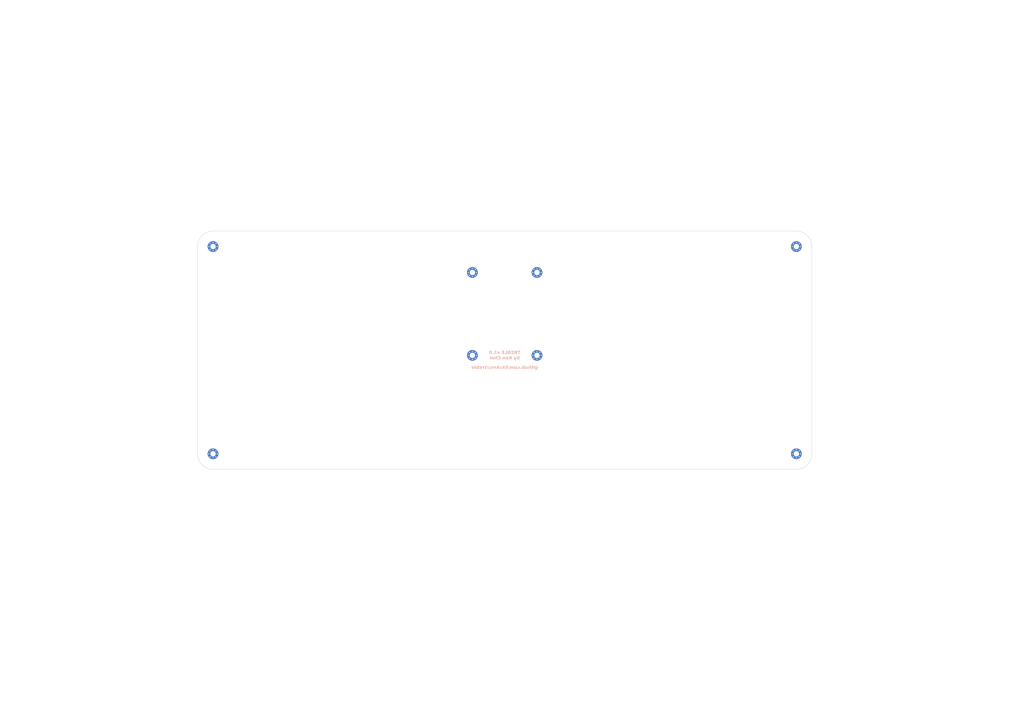
<source format=kicad_pcb>


(kicad_pcb
  (version 20240108)
  (generator "ergogen")
  (generator_version "4.1.0")
  (general
    (thickness 1.6)
    (legacy_teardrops no)
  )
  (paper "A3")
  (title_block
    (title "treble_bottom_plate")
    (date "2024-09-01")
    (rev "1")
    (company "Ken Choi")
  )

  (layers
    (0 "F.Cu" signal)
    (31 "B.Cu" signal)
    (32 "B.Adhes" user "B.Adhesive")
    (33 "F.Adhes" user "F.Adhesive")
    (34 "B.Paste" user)
    (35 "F.Paste" user)
    (36 "B.SilkS" user "B.Silkscreen")
    (37 "F.SilkS" user "F.Silkscreen")
    (38 "B.Mask" user)
    (39 "F.Mask" user)
    (40 "Dwgs.User" user "User.Drawings")
    (41 "Cmts.User" user "User.Comments")
    (42 "Eco1.User" user "User.Eco1")
    (43 "Eco2.User" user "User.Eco2")
    (44 "Edge.Cuts" user)
    (45 "Margin" user)
    (46 "B.CrtYd" user "B.Courtyard")
    (47 "F.CrtYd" user "F.Courtyard")
    (48 "B.Fab" user)
    (49 "F.Fab" user)
  )

  (setup
    (pad_to_mask_clearance 0.05)
    (allow_soldermask_bridges_in_footprints no)
    (pcbplotparams
      (layerselection 0x00010fc_ffffffff)
      (plot_on_all_layers_selection 0x0000000_00000000)
      (disableapertmacros no)
      (usegerberextensions no)
      (usegerberattributes yes)
      (usegerberadvancedattributes yes)
      (creategerberjobfile yes)
      (dashed_line_dash_ratio 12.000000)
      (dashed_line_gap_ratio 3.000000)
      (svgprecision 4)
      (plotframeref no)
      (viasonmask no)
      (mode 1)
      (useauxorigin no)
      (hpglpennumber 1)
      (hpglpenspeed 20)
      (hpglpendiameter 15.000000)
      (pdf_front_fp_property_popups yes)
      (pdf_back_fp_property_popups yes)
      (dxfpolygonmode yes)
      (dxfimperialunits yes)
      (dxfusepcbnewfont yes)
      (psnegative no)
      (psa4output no)
      (plotreference yes)
      (plotvalue yes)
      (plotfptext yes)
      (plotinvisibletext no)
      (sketchpadsonfab no)
      (subtractmaskfromsilk no)
      (outputformat 1)
      (mirror no)
      (drillshape 1)
      (scaleselection 1)
      (outputdirectory "")
    )
  )

  (net 0 "")
(net 1 "H1_Hole")
(net 2 "H2_Hole")
(net 3 "H3_Hole")
(net 4 "H4_Hole")
(net 5 "H5_Hole")
(net 6 "H6_Hole")
(net 7 "H7_Hole")
(net 8 "H8_Hole")
(net 9 "GND")

  
        (module CutoutSwitch
            (layer F.Cu)
            (tedit 58D3FE32)
            (at 90 150 0)
            
            (fp_text reference "CS1"
                (at 0 -3.2)
                (layer F.SilkS) hide
                (effects
                    (font
                        (size 1 1)
                        (thickness 0.15)
                    )
                )
            )
            
            (pad "" np_thru_hole circle
                (at 0 0 0)
                (size 3.4 3.4)
                (drill 3.4)
                (layers "*.Cu" "*.Mask")
            )
            
            (pad "" np_thru_hole circle
                (at 5.5 0 0)
                (size 1.7 1.7)
                (drill 1.7)
                (layers "*.Cu" "*.Mask")
            )
            (pad "" np_thru_hole circle
                (at -5.5 0 0)
                (size 1.7 1.7)
                (drill 1.7)
                (layers "*.Cu" "*.Mask")
            )
            
            (pad "" np_thru_hole circle
                (at 0 -5.9 0)
                (size 2.4 2.4)
                (drill 2.4)
                (layers "*.Cu" "*.Mask")
            )
            (pad "" np_thru_hole circle
                (at 5 -3.8 0)
                (size 2.4 2.4)
                (drill 2.4)
                (layers "*.Cu" "*.Mask")
            )
        )
        

        (module CutoutSwitch
            (layer F.Cu)
            (tedit 58D3FE32)
            (at 90 133 0)
            
            (fp_text reference "CS2"
                (at 0 -3.2)
                (layer F.SilkS) hide
                (effects
                    (font
                        (size 1 1)
                        (thickness 0.15)
                    )
                )
            )
            
            (pad "" np_thru_hole circle
                (at 0 0 0)
                (size 3.4 3.4)
                (drill 3.4)
                (layers "*.Cu" "*.Mask")
            )
            
            (pad "" np_thru_hole circle
                (at 5.5 0 0)
                (size 1.7 1.7)
                (drill 1.7)
                (layers "*.Cu" "*.Mask")
            )
            (pad "" np_thru_hole circle
                (at -5.5 0 0)
                (size 1.7 1.7)
                (drill 1.7)
                (layers "*.Cu" "*.Mask")
            )
            
            (pad "" np_thru_hole circle
                (at 0 -5.9 0)
                (size 2.4 2.4)
                (drill 2.4)
                (layers "*.Cu" "*.Mask")
            )
            (pad "" np_thru_hole circle
                (at 5 -3.8 0)
                (size 2.4 2.4)
                (drill 2.4)
                (layers "*.Cu" "*.Mask")
            )
        )
        

        (module CutoutSwitch
            (layer F.Cu)
            (tedit 58D3FE32)
            (at 90 116 0)
            
            (fp_text reference "CS3"
                (at 0 -3.2)
                (layer F.SilkS) hide
                (effects
                    (font
                        (size 1 1)
                        (thickness 0.15)
                    )
                )
            )
            
            (pad "" np_thru_hole circle
                (at 0 0 0)
                (size 3.4 3.4)
                (drill 3.4)
                (layers "*.Cu" "*.Mask")
            )
            
            (pad "" np_thru_hole circle
                (at 5.5 0 0)
                (size 1.7 1.7)
                (drill 1.7)
                (layers "*.Cu" "*.Mask")
            )
            (pad "" np_thru_hole circle
                (at -5.5 0 0)
                (size 1.7 1.7)
                (drill 1.7)
                (layers "*.Cu" "*.Mask")
            )
            
            (pad "" np_thru_hole circle
                (at 0 -5.9 0)
                (size 2.4 2.4)
                (drill 2.4)
                (layers "*.Cu" "*.Mask")
            )
            (pad "" np_thru_hole circle
                (at 5 -3.8 0)
                (size 2.4 2.4)
                (drill 2.4)
                (layers "*.Cu" "*.Mask")
            )
        )
        

        (module CutoutSwitch
            (layer F.Cu)
            (tedit 58D3FE32)
            (at 108 150 0)
            
            (fp_text reference "CS4"
                (at 0 -3.2)
                (layer F.SilkS) hide
                (effects
                    (font
                        (size 1 1)
                        (thickness 0.15)
                    )
                )
            )
            
            (pad "" np_thru_hole circle
                (at 0 0 0)
                (size 3.4 3.4)
                (drill 3.4)
                (layers "*.Cu" "*.Mask")
            )
            
            (pad "" np_thru_hole circle
                (at 5.5 0 0)
                (size 1.7 1.7)
                (drill 1.7)
                (layers "*.Cu" "*.Mask")
            )
            (pad "" np_thru_hole circle
                (at -5.5 0 0)
                (size 1.7 1.7)
                (drill 1.7)
                (layers "*.Cu" "*.Mask")
            )
            
            (pad "" np_thru_hole circle
                (at 0 -5.9 0)
                (size 2.4 2.4)
                (drill 2.4)
                (layers "*.Cu" "*.Mask")
            )
            (pad "" np_thru_hole circle
                (at 5 -3.8 0)
                (size 2.4 2.4)
                (drill 2.4)
                (layers "*.Cu" "*.Mask")
            )
        )
        

        (module CutoutSwitch
            (layer F.Cu)
            (tedit 58D3FE32)
            (at 108 133 0)
            
            (fp_text reference "CS5"
                (at 0 -3.2)
                (layer F.SilkS) hide
                (effects
                    (font
                        (size 1 1)
                        (thickness 0.15)
                    )
                )
            )
            
            (pad "" np_thru_hole circle
                (at 0 0 0)
                (size 3.4 3.4)
                (drill 3.4)
                (layers "*.Cu" "*.Mask")
            )
            
            (pad "" np_thru_hole circle
                (at 5.5 0 0)
                (size 1.7 1.7)
                (drill 1.7)
                (layers "*.Cu" "*.Mask")
            )
            (pad "" np_thru_hole circle
                (at -5.5 0 0)
                (size 1.7 1.7)
                (drill 1.7)
                (layers "*.Cu" "*.Mask")
            )
            
            (pad "" np_thru_hole circle
                (at 0 -5.9 0)
                (size 2.4 2.4)
                (drill 2.4)
                (layers "*.Cu" "*.Mask")
            )
            (pad "" np_thru_hole circle
                (at 5 -3.8 0)
                (size 2.4 2.4)
                (drill 2.4)
                (layers "*.Cu" "*.Mask")
            )
        )
        

        (module CutoutSwitch
            (layer F.Cu)
            (tedit 58D3FE32)
            (at 108 116 0)
            
            (fp_text reference "CS6"
                (at 0 -3.2)
                (layer F.SilkS) hide
                (effects
                    (font
                        (size 1 1)
                        (thickness 0.15)
                    )
                )
            )
            
            (pad "" np_thru_hole circle
                (at 0 0 0)
                (size 3.4 3.4)
                (drill 3.4)
                (layers "*.Cu" "*.Mask")
            )
            
            (pad "" np_thru_hole circle
                (at 5.5 0 0)
                (size 1.7 1.7)
                (drill 1.7)
                (layers "*.Cu" "*.Mask")
            )
            (pad "" np_thru_hole circle
                (at -5.5 0 0)
                (size 1.7 1.7)
                (drill 1.7)
                (layers "*.Cu" "*.Mask")
            )
            
            (pad "" np_thru_hole circle
                (at 0 -5.9 0)
                (size 2.4 2.4)
                (drill 2.4)
                (layers "*.Cu" "*.Mask")
            )
            (pad "" np_thru_hole circle
                (at 5 -3.8 0)
                (size 2.4 2.4)
                (drill 2.4)
                (layers "*.Cu" "*.Mask")
            )
        )
        

        (module CutoutSwitch
            (layer F.Cu)
            (tedit 58D3FE32)
            (at 126 145.75 0)
            
            (fp_text reference "CS7"
                (at 0 -3.2)
                (layer F.SilkS) hide
                (effects
                    (font
                        (size 1 1)
                        (thickness 0.15)
                    )
                )
            )
            
            (pad "" np_thru_hole circle
                (at 0 0 0)
                (size 3.4 3.4)
                (drill 3.4)
                (layers "*.Cu" "*.Mask")
            )
            
            (pad "" np_thru_hole circle
                (at 5.5 0 0)
                (size 1.7 1.7)
                (drill 1.7)
                (layers "*.Cu" "*.Mask")
            )
            (pad "" np_thru_hole circle
                (at -5.5 0 0)
                (size 1.7 1.7)
                (drill 1.7)
                (layers "*.Cu" "*.Mask")
            )
            
            (pad "" np_thru_hole circle
                (at 0 -5.9 0)
                (size 2.4 2.4)
                (drill 2.4)
                (layers "*.Cu" "*.Mask")
            )
            (pad "" np_thru_hole circle
                (at 5 -3.8 0)
                (size 2.4 2.4)
                (drill 2.4)
                (layers "*.Cu" "*.Mask")
            )
        )
        

        (module CutoutSwitch
            (layer F.Cu)
            (tedit 58D3FE32)
            (at 126 128.75 0)
            
            (fp_text reference "CS8"
                (at 0 -3.2)
                (layer F.SilkS) hide
                (effects
                    (font
                        (size 1 1)
                        (thickness 0.15)
                    )
                )
            )
            
            (pad "" np_thru_hole circle
                (at 0 0 0)
                (size 3.4 3.4)
                (drill 3.4)
                (layers "*.Cu" "*.Mask")
            )
            
            (pad "" np_thru_hole circle
                (at 5.5 0 0)
                (size 1.7 1.7)
                (drill 1.7)
                (layers "*.Cu" "*.Mask")
            )
            (pad "" np_thru_hole circle
                (at -5.5 0 0)
                (size 1.7 1.7)
                (drill 1.7)
                (layers "*.Cu" "*.Mask")
            )
            
            (pad "" np_thru_hole circle
                (at 0 -5.9 0)
                (size 2.4 2.4)
                (drill 2.4)
                (layers "*.Cu" "*.Mask")
            )
            (pad "" np_thru_hole circle
                (at 5 -3.8 0)
                (size 2.4 2.4)
                (drill 2.4)
                (layers "*.Cu" "*.Mask")
            )
        )
        

        (module CutoutSwitch
            (layer F.Cu)
            (tedit 58D3FE32)
            (at 126 111.75 0)
            
            (fp_text reference "CS9"
                (at 0 -3.2)
                (layer F.SilkS) hide
                (effects
                    (font
                        (size 1 1)
                        (thickness 0.15)
                    )
                )
            )
            
            (pad "" np_thru_hole circle
                (at 0 0 0)
                (size 3.4 3.4)
                (drill 3.4)
                (layers "*.Cu" "*.Mask")
            )
            
            (pad "" np_thru_hole circle
                (at 5.5 0 0)
                (size 1.7 1.7)
                (drill 1.7)
                (layers "*.Cu" "*.Mask")
            )
            (pad "" np_thru_hole circle
                (at -5.5 0 0)
                (size 1.7 1.7)
                (drill 1.7)
                (layers "*.Cu" "*.Mask")
            )
            
            (pad "" np_thru_hole circle
                (at 0 -5.9 0)
                (size 2.4 2.4)
                (drill 2.4)
                (layers "*.Cu" "*.Mask")
            )
            (pad "" np_thru_hole circle
                (at 5 -3.8 0)
                (size 2.4 2.4)
                (drill 2.4)
                (layers "*.Cu" "*.Mask")
            )
        )
        

        (module CutoutSwitch
            (layer F.Cu)
            (tedit 58D3FE32)
            (at 144 141.5 0)
            
            (fp_text reference "CS10"
                (at 0 -3.2)
                (layer F.SilkS) hide
                (effects
                    (font
                        (size 1 1)
                        (thickness 0.15)
                    )
                )
            )
            
            (pad "" np_thru_hole circle
                (at 0 0 0)
                (size 3.4 3.4)
                (drill 3.4)
                (layers "*.Cu" "*.Mask")
            )
            
            (pad "" np_thru_hole circle
                (at 5.5 0 0)
                (size 1.7 1.7)
                (drill 1.7)
                (layers "*.Cu" "*.Mask")
            )
            (pad "" np_thru_hole circle
                (at -5.5 0 0)
                (size 1.7 1.7)
                (drill 1.7)
                (layers "*.Cu" "*.Mask")
            )
            
            (pad "" np_thru_hole circle
                (at 0 -5.9 0)
                (size 2.4 2.4)
                (drill 2.4)
                (layers "*.Cu" "*.Mask")
            )
            (pad "" np_thru_hole circle
                (at 5 -3.8 0)
                (size 2.4 2.4)
                (drill 2.4)
                (layers "*.Cu" "*.Mask")
            )
        )
        

        (module CutoutSwitch
            (layer F.Cu)
            (tedit 58D3FE32)
            (at 144 124.5 0)
            
            (fp_text reference "CS11"
                (at 0 -3.2)
                (layer F.SilkS) hide
                (effects
                    (font
                        (size 1 1)
                        (thickness 0.15)
                    )
                )
            )
            
            (pad "" np_thru_hole circle
                (at 0 0 0)
                (size 3.4 3.4)
                (drill 3.4)
                (layers "*.Cu" "*.Mask")
            )
            
            (pad "" np_thru_hole circle
                (at 5.5 0 0)
                (size 1.7 1.7)
                (drill 1.7)
                (layers "*.Cu" "*.Mask")
            )
            (pad "" np_thru_hole circle
                (at -5.5 0 0)
                (size 1.7 1.7)
                (drill 1.7)
                (layers "*.Cu" "*.Mask")
            )
            
            (pad "" np_thru_hole circle
                (at 0 -5.9 0)
                (size 2.4 2.4)
                (drill 2.4)
                (layers "*.Cu" "*.Mask")
            )
            (pad "" np_thru_hole circle
                (at 5 -3.8 0)
                (size 2.4 2.4)
                (drill 2.4)
                (layers "*.Cu" "*.Mask")
            )
        )
        

        (module CutoutSwitch
            (layer F.Cu)
            (tedit 58D3FE32)
            (at 144 107.5 0)
            
            (fp_text reference "CS12"
                (at 0 -3.2)
                (layer F.SilkS) hide
                (effects
                    (font
                        (size 1 1)
                        (thickness 0.15)
                    )
                )
            )
            
            (pad "" np_thru_hole circle
                (at 0 0 0)
                (size 3.4 3.4)
                (drill 3.4)
                (layers "*.Cu" "*.Mask")
            )
            
            (pad "" np_thru_hole circle
                (at 5.5 0 0)
                (size 1.7 1.7)
                (drill 1.7)
                (layers "*.Cu" "*.Mask")
            )
            (pad "" np_thru_hole circle
                (at -5.5 0 0)
                (size 1.7 1.7)
                (drill 1.7)
                (layers "*.Cu" "*.Mask")
            )
            
            (pad "" np_thru_hole circle
                (at 0 -5.9 0)
                (size 2.4 2.4)
                (drill 2.4)
                (layers "*.Cu" "*.Mask")
            )
            (pad "" np_thru_hole circle
                (at 5 -3.8 0)
                (size 2.4 2.4)
                (drill 2.4)
                (layers "*.Cu" "*.Mask")
            )
        )
        

        (module CutoutSwitch
            (layer F.Cu)
            (tedit 58D3FE32)
            (at 162 145.75 0)
            
            (fp_text reference "CS13"
                (at 0 -3.2)
                (layer F.SilkS) hide
                (effects
                    (font
                        (size 1 1)
                        (thickness 0.15)
                    )
                )
            )
            
            (pad "" np_thru_hole circle
                (at 0 0 0)
                (size 3.4 3.4)
                (drill 3.4)
                (layers "*.Cu" "*.Mask")
            )
            
            (pad "" np_thru_hole circle
                (at 5.5 0 0)
                (size 1.7 1.7)
                (drill 1.7)
                (layers "*.Cu" "*.Mask")
            )
            (pad "" np_thru_hole circle
                (at -5.5 0 0)
                (size 1.7 1.7)
                (drill 1.7)
                (layers "*.Cu" "*.Mask")
            )
            
            (pad "" np_thru_hole circle
                (at 0 -5.9 0)
                (size 2.4 2.4)
                (drill 2.4)
                (layers "*.Cu" "*.Mask")
            )
            (pad "" np_thru_hole circle
                (at 5 -3.8 0)
                (size 2.4 2.4)
                (drill 2.4)
                (layers "*.Cu" "*.Mask")
            )
        )
        

        (module CutoutSwitch
            (layer F.Cu)
            (tedit 58D3FE32)
            (at 162 128.75 0)
            
            (fp_text reference "CS14"
                (at 0 -3.2)
                (layer F.SilkS) hide
                (effects
                    (font
                        (size 1 1)
                        (thickness 0.15)
                    )
                )
            )
            
            (pad "" np_thru_hole circle
                (at 0 0 0)
                (size 3.4 3.4)
                (drill 3.4)
                (layers "*.Cu" "*.Mask")
            )
            
            (pad "" np_thru_hole circle
                (at 5.5 0 0)
                (size 1.7 1.7)
                (drill 1.7)
                (layers "*.Cu" "*.Mask")
            )
            (pad "" np_thru_hole circle
                (at -5.5 0 0)
                (size 1.7 1.7)
                (drill 1.7)
                (layers "*.Cu" "*.Mask")
            )
            
            (pad "" np_thru_hole circle
                (at 0 -5.9 0)
                (size 2.4 2.4)
                (drill 2.4)
                (layers "*.Cu" "*.Mask")
            )
            (pad "" np_thru_hole circle
                (at 5 -3.8 0)
                (size 2.4 2.4)
                (drill 2.4)
                (layers "*.Cu" "*.Mask")
            )
        )
        

        (module CutoutSwitch
            (layer F.Cu)
            (tedit 58D3FE32)
            (at 162 111.75 0)
            
            (fp_text reference "CS15"
                (at 0 -3.2)
                (layer F.SilkS) hide
                (effects
                    (font
                        (size 1 1)
                        (thickness 0.15)
                    )
                )
            )
            
            (pad "" np_thru_hole circle
                (at 0 0 0)
                (size 3.4 3.4)
                (drill 3.4)
                (layers "*.Cu" "*.Mask")
            )
            
            (pad "" np_thru_hole circle
                (at 5.5 0 0)
                (size 1.7 1.7)
                (drill 1.7)
                (layers "*.Cu" "*.Mask")
            )
            (pad "" np_thru_hole circle
                (at -5.5 0 0)
                (size 1.7 1.7)
                (drill 1.7)
                (layers "*.Cu" "*.Mask")
            )
            
            (pad "" np_thru_hole circle
                (at 0 -5.9 0)
                (size 2.4 2.4)
                (drill 2.4)
                (layers "*.Cu" "*.Mask")
            )
            (pad "" np_thru_hole circle
                (at 5 -3.8 0)
                (size 2.4 2.4)
                (drill 2.4)
                (layers "*.Cu" "*.Mask")
            )
        )
        

        (module CutoutSwitch
            (layer F.Cu)
            (tedit 58D3FE32)
            (at 180 145.75 0)
            
            (fp_text reference "CS16"
                (at 0 -3.2)
                (layer F.SilkS) hide
                (effects
                    (font
                        (size 1 1)
                        (thickness 0.15)
                    )
                )
            )
            
            (pad "" np_thru_hole circle
                (at 0 0 0)
                (size 3.4 3.4)
                (drill 3.4)
                (layers "*.Cu" "*.Mask")
            )
            
            (pad "" np_thru_hole circle
                (at 5.5 0 0)
                (size 1.7 1.7)
                (drill 1.7)
                (layers "*.Cu" "*.Mask")
            )
            (pad "" np_thru_hole circle
                (at -5.5 0 0)
                (size 1.7 1.7)
                (drill 1.7)
                (layers "*.Cu" "*.Mask")
            )
            
            (pad "" np_thru_hole circle
                (at 0 -5.9 0)
                (size 2.4 2.4)
                (drill 2.4)
                (layers "*.Cu" "*.Mask")
            )
            (pad "" np_thru_hole circle
                (at 5 -3.8 0)
                (size 2.4 2.4)
                (drill 2.4)
                (layers "*.Cu" "*.Mask")
            )
        )
        

        (module CutoutSwitch
            (layer F.Cu)
            (tedit 58D3FE32)
            (at 180 128.75 0)
            
            (fp_text reference "CS17"
                (at 0 -3.2)
                (layer F.SilkS) hide
                (effects
                    (font
                        (size 1 1)
                        (thickness 0.15)
                    )
                )
            )
            
            (pad "" np_thru_hole circle
                (at 0 0 0)
                (size 3.4 3.4)
                (drill 3.4)
                (layers "*.Cu" "*.Mask")
            )
            
            (pad "" np_thru_hole circle
                (at 5.5 0 0)
                (size 1.7 1.7)
                (drill 1.7)
                (layers "*.Cu" "*.Mask")
            )
            (pad "" np_thru_hole circle
                (at -5.5 0 0)
                (size 1.7 1.7)
                (drill 1.7)
                (layers "*.Cu" "*.Mask")
            )
            
            (pad "" np_thru_hole circle
                (at 0 -5.9 0)
                (size 2.4 2.4)
                (drill 2.4)
                (layers "*.Cu" "*.Mask")
            )
            (pad "" np_thru_hole circle
                (at 5 -3.8 0)
                (size 2.4 2.4)
                (drill 2.4)
                (layers "*.Cu" "*.Mask")
            )
        )
        

        (module CutoutSwitch
            (layer F.Cu)
            (tedit 58D3FE32)
            (at 180 111.75 0)
            
            (fp_text reference "CS18"
                (at 0 -3.2)
                (layer F.SilkS) hide
                (effects
                    (font
                        (size 1 1)
                        (thickness 0.15)
                    )
                )
            )
            
            (pad "" np_thru_hole circle
                (at 0 0 0)
                (size 3.4 3.4)
                (drill 3.4)
                (layers "*.Cu" "*.Mask")
            )
            
            (pad "" np_thru_hole circle
                (at 5.5 0 0)
                (size 1.7 1.7)
                (drill 1.7)
                (layers "*.Cu" "*.Mask")
            )
            (pad "" np_thru_hole circle
                (at -5.5 0 0)
                (size 1.7 1.7)
                (drill 1.7)
                (layers "*.Cu" "*.Mask")
            )
            
            (pad "" np_thru_hole circle
                (at 0 -5.9 0)
                (size 2.4 2.4)
                (drill 2.4)
                (layers "*.Cu" "*.Mask")
            )
            (pad "" np_thru_hole circle
                (at 5 -3.8 0)
                (size 2.4 2.4)
                (drill 2.4)
                (layers "*.Cu" "*.Mask")
            )
        )
        

        (module CutoutSwitch
            (layer F.Cu)
            (tedit 58D3FE32)
            (at 155.25 167 0)
            
            (fp_text reference "CS19"
                (at 0 -3.2)
                (layer F.SilkS) hide
                (effects
                    (font
                        (size 1 1)
                        (thickness 0.15)
                    )
                )
            )
            
            (pad "" np_thru_hole circle
                (at 0 0 0)
                (size 3.4 3.4)
                (drill 3.4)
                (layers "*.Cu" "*.Mask")
            )
            
            (pad "" np_thru_hole circle
                (at 5.5 0 0)
                (size 1.7 1.7)
                (drill 1.7)
                (layers "*.Cu" "*.Mask")
            )
            (pad "" np_thru_hole circle
                (at -5.5 0 0)
                (size 1.7 1.7)
                (drill 1.7)
                (layers "*.Cu" "*.Mask")
            )
            
            (pad "" np_thru_hole circle
                (at 0 -5.9 0)
                (size 2.4 2.4)
                (drill 2.4)
                (layers "*.Cu" "*.Mask")
            )
            (pad "" np_thru_hole circle
                (at 5 -3.8 0)
                (size 2.4 2.4)
                (drill 2.4)
                (layers "*.Cu" "*.Mask")
            )
        )
        

        (module CutoutSwitch
            (layer F.Cu)
            (tedit 58D3FE32)
            (at 177.75 167 0)
            
            (fp_text reference "CS20"
                (at 0 -3.2)
                (layer F.SilkS) hide
                (effects
                    (font
                        (size 1 1)
                        (thickness 0.15)
                    )
                )
            )
            
            (pad "" np_thru_hole circle
                (at 0 0 0)
                (size 3.4 3.4)
                (drill 3.4)
                (layers "*.Cu" "*.Mask")
            )
            
            (pad "" np_thru_hole circle
                (at 5.5 0 0)
                (size 1.7 1.7)
                (drill 1.7)
                (layers "*.Cu" "*.Mask")
            )
            (pad "" np_thru_hole circle
                (at -5.5 0 0)
                (size 1.7 1.7)
                (drill 1.7)
                (layers "*.Cu" "*.Mask")
            )
            
            (pad "" np_thru_hole circle
                (at 0 -5.9 0)
                (size 2.4 2.4)
                (drill 2.4)
                (layers "*.Cu" "*.Mask")
            )
            (pad "" np_thru_hole circle
                (at 5 -3.8 0)
                (size 2.4 2.4)
                (drill 2.4)
                (layers "*.Cu" "*.Mask")
            )
        )
        

        (module CutoutSwitch
            (layer F.Cu)
            (tedit 58D3FE32)
            (at 195.75 179.75 0)
            
            (fp_text reference "CS21"
                (at 0 -3.2)
                (layer F.SilkS) hide
                (effects
                    (font
                        (size 1 1)
                        (thickness 0.15)
                    )
                )
            )
            
            (pad "" np_thru_hole circle
                (at 0 0 0)
                (size 3.4 3.4)
                (drill 3.4)
                (layers "*.Cu" "*.Mask")
            )
            
            (pad "" np_thru_hole circle
                (at 5.5 0 0)
                (size 1.7 1.7)
                (drill 1.7)
                (layers "*.Cu" "*.Mask")
            )
            (pad "" np_thru_hole circle
                (at -5.5 0 0)
                (size 1.7 1.7)
                (drill 1.7)
                (layers "*.Cu" "*.Mask")
            )
            
            (pad "" np_thru_hole circle
                (at 0 -5.9 0)
                (size 2.4 2.4)
                (drill 2.4)
                (layers "*.Cu" "*.Mask")
            )
            (pad "" np_thru_hole circle
                (at 5 -3.8 0)
                (size 2.4 2.4)
                (drill 2.4)
                (layers "*.Cu" "*.Mask")
            )
        )
        

        (module CutoutSwitch
            (layer F.Cu)
            (tedit 58D3FE32)
            (at 324 150 0)
            
            (fp_text reference "CS22"
                (at 0 -3.2)
                (layer F.SilkS) hide
                (effects
                    (font
                        (size 1 1)
                        (thickness 0.15)
                    )
                )
            )
            
            (pad "" np_thru_hole circle
                (at 0 0 0)
                (size 3.4 3.4)
                (drill 3.4)
                (layers "*.Cu" "*.Mask")
            )
            
            (pad "" np_thru_hole circle
                (at 5.5 0 0)
                (size 1.7 1.7)
                (drill 1.7)
                (layers "*.Cu" "*.Mask")
            )
            (pad "" np_thru_hole circle
                (at -5.5 0 0)
                (size 1.7 1.7)
                (drill 1.7)
                (layers "*.Cu" "*.Mask")
            )
            
            (pad "" np_thru_hole circle
                (at 0 -5.9 0)
                (size 2.4 2.4)
                (drill 2.4)
                (layers "*.Cu" "*.Mask")
            )
            (pad "" np_thru_hole circle
                (at 5 -3.8 0)
                (size 2.4 2.4)
                (drill 2.4)
                (layers "*.Cu" "*.Mask")
            )
        )
        

        (module CutoutSwitch
            (layer F.Cu)
            (tedit 58D3FE32)
            (at 324 133 0)
            
            (fp_text reference "CS23"
                (at 0 -3.2)
                (layer F.SilkS) hide
                (effects
                    (font
                        (size 1 1)
                        (thickness 0.15)
                    )
                )
            )
            
            (pad "" np_thru_hole circle
                (at 0 0 0)
                (size 3.4 3.4)
                (drill 3.4)
                (layers "*.Cu" "*.Mask")
            )
            
            (pad "" np_thru_hole circle
                (at 5.5 0 0)
                (size 1.7 1.7)
                (drill 1.7)
                (layers "*.Cu" "*.Mask")
            )
            (pad "" np_thru_hole circle
                (at -5.5 0 0)
                (size 1.7 1.7)
                (drill 1.7)
                (layers "*.Cu" "*.Mask")
            )
            
            (pad "" np_thru_hole circle
                (at 0 -5.9 0)
                (size 2.4 2.4)
                (drill 2.4)
                (layers "*.Cu" "*.Mask")
            )
            (pad "" np_thru_hole circle
                (at 5 -3.8 0)
                (size 2.4 2.4)
                (drill 2.4)
                (layers "*.Cu" "*.Mask")
            )
        )
        

        (module CutoutSwitch
            (layer F.Cu)
            (tedit 58D3FE32)
            (at 324 116 0)
            
            (fp_text reference "CS24"
                (at 0 -3.2)
                (layer F.SilkS) hide
                (effects
                    (font
                        (size 1 1)
                        (thickness 0.15)
                    )
                )
            )
            
            (pad "" np_thru_hole circle
                (at 0 0 0)
                (size 3.4 3.4)
                (drill 3.4)
                (layers "*.Cu" "*.Mask")
            )
            
            (pad "" np_thru_hole circle
                (at 5.5 0 0)
                (size 1.7 1.7)
                (drill 1.7)
                (layers "*.Cu" "*.Mask")
            )
            (pad "" np_thru_hole circle
                (at -5.5 0 0)
                (size 1.7 1.7)
                (drill 1.7)
                (layers "*.Cu" "*.Mask")
            )
            
            (pad "" np_thru_hole circle
                (at 0 -5.9 0)
                (size 2.4 2.4)
                (drill 2.4)
                (layers "*.Cu" "*.Mask")
            )
            (pad "" np_thru_hole circle
                (at 5 -3.8 0)
                (size 2.4 2.4)
                (drill 2.4)
                (layers "*.Cu" "*.Mask")
            )
        )
        

        (module CutoutSwitch
            (layer F.Cu)
            (tedit 58D3FE32)
            (at 306 150 0)
            
            (fp_text reference "CS25"
                (at 0 -3.2)
                (layer F.SilkS) hide
                (effects
                    (font
                        (size 1 1)
                        (thickness 0.15)
                    )
                )
            )
            
            (pad "" np_thru_hole circle
                (at 0 0 0)
                (size 3.4 3.4)
                (drill 3.4)
                (layers "*.Cu" "*.Mask")
            )
            
            (pad "" np_thru_hole circle
                (at 5.5 0 0)
                (size 1.7 1.7)
                (drill 1.7)
                (layers "*.Cu" "*.Mask")
            )
            (pad "" np_thru_hole circle
                (at -5.5 0 0)
                (size 1.7 1.7)
                (drill 1.7)
                (layers "*.Cu" "*.Mask")
            )
            
            (pad "" np_thru_hole circle
                (at 0 -5.9 0)
                (size 2.4 2.4)
                (drill 2.4)
                (layers "*.Cu" "*.Mask")
            )
            (pad "" np_thru_hole circle
                (at 5 -3.8 0)
                (size 2.4 2.4)
                (drill 2.4)
                (layers "*.Cu" "*.Mask")
            )
        )
        

        (module CutoutSwitch
            (layer F.Cu)
            (tedit 58D3FE32)
            (at 306 133 0)
            
            (fp_text reference "CS26"
                (at 0 -3.2)
                (layer F.SilkS) hide
                (effects
                    (font
                        (size 1 1)
                        (thickness 0.15)
                    )
                )
            )
            
            (pad "" np_thru_hole circle
                (at 0 0 0)
                (size 3.4 3.4)
                (drill 3.4)
                (layers "*.Cu" "*.Mask")
            )
            
            (pad "" np_thru_hole circle
                (at 5.5 0 0)
                (size 1.7 1.7)
                (drill 1.7)
                (layers "*.Cu" "*.Mask")
            )
            (pad "" np_thru_hole circle
                (at -5.5 0 0)
                (size 1.7 1.7)
                (drill 1.7)
                (layers "*.Cu" "*.Mask")
            )
            
            (pad "" np_thru_hole circle
                (at 0 -5.9 0)
                (size 2.4 2.4)
                (drill 2.4)
                (layers "*.Cu" "*.Mask")
            )
            (pad "" np_thru_hole circle
                (at 5 -3.8 0)
                (size 2.4 2.4)
                (drill 2.4)
                (layers "*.Cu" "*.Mask")
            )
        )
        

        (module CutoutSwitch
            (layer F.Cu)
            (tedit 58D3FE32)
            (at 306 116 0)
            
            (fp_text reference "CS27"
                (at 0 -3.2)
                (layer F.SilkS) hide
                (effects
                    (font
                        (size 1 1)
                        (thickness 0.15)
                    )
                )
            )
            
            (pad "" np_thru_hole circle
                (at 0 0 0)
                (size 3.4 3.4)
                (drill 3.4)
                (layers "*.Cu" "*.Mask")
            )
            
            (pad "" np_thru_hole circle
                (at 5.5 0 0)
                (size 1.7 1.7)
                (drill 1.7)
                (layers "*.Cu" "*.Mask")
            )
            (pad "" np_thru_hole circle
                (at -5.5 0 0)
                (size 1.7 1.7)
                (drill 1.7)
                (layers "*.Cu" "*.Mask")
            )
            
            (pad "" np_thru_hole circle
                (at 0 -5.9 0)
                (size 2.4 2.4)
                (drill 2.4)
                (layers "*.Cu" "*.Mask")
            )
            (pad "" np_thru_hole circle
                (at 5 -3.8 0)
                (size 2.4 2.4)
                (drill 2.4)
                (layers "*.Cu" "*.Mask")
            )
        )
        

        (module CutoutSwitch
            (layer F.Cu)
            (tedit 58D3FE32)
            (at 288 145.75 0)
            
            (fp_text reference "CS28"
                (at 0 -3.2)
                (layer F.SilkS) hide
                (effects
                    (font
                        (size 1 1)
                        (thickness 0.15)
                    )
                )
            )
            
            (pad "" np_thru_hole circle
                (at 0 0 0)
                (size 3.4 3.4)
                (drill 3.4)
                (layers "*.Cu" "*.Mask")
            )
            
            (pad "" np_thru_hole circle
                (at 5.5 0 0)
                (size 1.7 1.7)
                (drill 1.7)
                (layers "*.Cu" "*.Mask")
            )
            (pad "" np_thru_hole circle
                (at -5.5 0 0)
                (size 1.7 1.7)
                (drill 1.7)
                (layers "*.Cu" "*.Mask")
            )
            
            (pad "" np_thru_hole circle
                (at 0 -5.9 0)
                (size 2.4 2.4)
                (drill 2.4)
                (layers "*.Cu" "*.Mask")
            )
            (pad "" np_thru_hole circle
                (at 5 -3.8 0)
                (size 2.4 2.4)
                (drill 2.4)
                (layers "*.Cu" "*.Mask")
            )
        )
        

        (module CutoutSwitch
            (layer F.Cu)
            (tedit 58D3FE32)
            (at 288 128.75 0)
            
            (fp_text reference "CS29"
                (at 0 -3.2)
                (layer F.SilkS) hide
                (effects
                    (font
                        (size 1 1)
                        (thickness 0.15)
                    )
                )
            )
            
            (pad "" np_thru_hole circle
                (at 0 0 0)
                (size 3.4 3.4)
                (drill 3.4)
                (layers "*.Cu" "*.Mask")
            )
            
            (pad "" np_thru_hole circle
                (at 5.5 0 0)
                (size 1.7 1.7)
                (drill 1.7)
                (layers "*.Cu" "*.Mask")
            )
            (pad "" np_thru_hole circle
                (at -5.5 0 0)
                (size 1.7 1.7)
                (drill 1.7)
                (layers "*.Cu" "*.Mask")
            )
            
            (pad "" np_thru_hole circle
                (at 0 -5.9 0)
                (size 2.4 2.4)
                (drill 2.4)
                (layers "*.Cu" "*.Mask")
            )
            (pad "" np_thru_hole circle
                (at 5 -3.8 0)
                (size 2.4 2.4)
                (drill 2.4)
                (layers "*.Cu" "*.Mask")
            )
        )
        

        (module CutoutSwitch
            (layer F.Cu)
            (tedit 58D3FE32)
            (at 288 111.75 0)
            
            (fp_text reference "CS30"
                (at 0 -3.2)
                (layer F.SilkS) hide
                (effects
                    (font
                        (size 1 1)
                        (thickness 0.15)
                    )
                )
            )
            
            (pad "" np_thru_hole circle
                (at 0 0 0)
                (size 3.4 3.4)
                (drill 3.4)
                (layers "*.Cu" "*.Mask")
            )
            
            (pad "" np_thru_hole circle
                (at 5.5 0 0)
                (size 1.7 1.7)
                (drill 1.7)
                (layers "*.Cu" "*.Mask")
            )
            (pad "" np_thru_hole circle
                (at -5.5 0 0)
                (size 1.7 1.7)
                (drill 1.7)
                (layers "*.Cu" "*.Mask")
            )
            
            (pad "" np_thru_hole circle
                (at 0 -5.9 0)
                (size 2.4 2.4)
                (drill 2.4)
                (layers "*.Cu" "*.Mask")
            )
            (pad "" np_thru_hole circle
                (at 5 -3.8 0)
                (size 2.4 2.4)
                (drill 2.4)
                (layers "*.Cu" "*.Mask")
            )
        )
        

        (module CutoutSwitch
            (layer F.Cu)
            (tedit 58D3FE32)
            (at 270 141.5 0)
            
            (fp_text reference "CS31"
                (at 0 -3.2)
                (layer F.SilkS) hide
                (effects
                    (font
                        (size 1 1)
                        (thickness 0.15)
                    )
                )
            )
            
            (pad "" np_thru_hole circle
                (at 0 0 0)
                (size 3.4 3.4)
                (drill 3.4)
                (layers "*.Cu" "*.Mask")
            )
            
            (pad "" np_thru_hole circle
                (at 5.5 0 0)
                (size 1.7 1.7)
                (drill 1.7)
                (layers "*.Cu" "*.Mask")
            )
            (pad "" np_thru_hole circle
                (at -5.5 0 0)
                (size 1.7 1.7)
                (drill 1.7)
                (layers "*.Cu" "*.Mask")
            )
            
            (pad "" np_thru_hole circle
                (at 0 -5.9 0)
                (size 2.4 2.4)
                (drill 2.4)
                (layers "*.Cu" "*.Mask")
            )
            (pad "" np_thru_hole circle
                (at 5 -3.8 0)
                (size 2.4 2.4)
                (drill 2.4)
                (layers "*.Cu" "*.Mask")
            )
        )
        

        (module CutoutSwitch
            (layer F.Cu)
            (tedit 58D3FE32)
            (at 270 124.5 0)
            
            (fp_text reference "CS32"
                (at 0 -3.2)
                (layer F.SilkS) hide
                (effects
                    (font
                        (size 1 1)
                        (thickness 0.15)
                    )
                )
            )
            
            (pad "" np_thru_hole circle
                (at 0 0 0)
                (size 3.4 3.4)
                (drill 3.4)
                (layers "*.Cu" "*.Mask")
            )
            
            (pad "" np_thru_hole circle
                (at 5.5 0 0)
                (size 1.7 1.7)
                (drill 1.7)
                (layers "*.Cu" "*.Mask")
            )
            (pad "" np_thru_hole circle
                (at -5.5 0 0)
                (size 1.7 1.7)
                (drill 1.7)
                (layers "*.Cu" "*.Mask")
            )
            
            (pad "" np_thru_hole circle
                (at 0 -5.9 0)
                (size 2.4 2.4)
                (drill 2.4)
                (layers "*.Cu" "*.Mask")
            )
            (pad "" np_thru_hole circle
                (at 5 -3.8 0)
                (size 2.4 2.4)
                (drill 2.4)
                (layers "*.Cu" "*.Mask")
            )
        )
        

        (module CutoutSwitch
            (layer F.Cu)
            (tedit 58D3FE32)
            (at 270 107.5 0)
            
            (fp_text reference "CS33"
                (at 0 -3.2)
                (layer F.SilkS) hide
                (effects
                    (font
                        (size 1 1)
                        (thickness 0.15)
                    )
                )
            )
            
            (pad "" np_thru_hole circle
                (at 0 0 0)
                (size 3.4 3.4)
                (drill 3.4)
                (layers "*.Cu" "*.Mask")
            )
            
            (pad "" np_thru_hole circle
                (at 5.5 0 0)
                (size 1.7 1.7)
                (drill 1.7)
                (layers "*.Cu" "*.Mask")
            )
            (pad "" np_thru_hole circle
                (at -5.5 0 0)
                (size 1.7 1.7)
                (drill 1.7)
                (layers "*.Cu" "*.Mask")
            )
            
            (pad "" np_thru_hole circle
                (at 0 -5.9 0)
                (size 2.4 2.4)
                (drill 2.4)
                (layers "*.Cu" "*.Mask")
            )
            (pad "" np_thru_hole circle
                (at 5 -3.8 0)
                (size 2.4 2.4)
                (drill 2.4)
                (layers "*.Cu" "*.Mask")
            )
        )
        

        (module CutoutSwitch
            (layer F.Cu)
            (tedit 58D3FE32)
            (at 252 145.75 0)
            
            (fp_text reference "CS34"
                (at 0 -3.2)
                (layer F.SilkS) hide
                (effects
                    (font
                        (size 1 1)
                        (thickness 0.15)
                    )
                )
            )
            
            (pad "" np_thru_hole circle
                (at 0 0 0)
                (size 3.4 3.4)
                (drill 3.4)
                (layers "*.Cu" "*.Mask")
            )
            
            (pad "" np_thru_hole circle
                (at 5.5 0 0)
                (size 1.7 1.7)
                (drill 1.7)
                (layers "*.Cu" "*.Mask")
            )
            (pad "" np_thru_hole circle
                (at -5.5 0 0)
                (size 1.7 1.7)
                (drill 1.7)
                (layers "*.Cu" "*.Mask")
            )
            
            (pad "" np_thru_hole circle
                (at 0 -5.9 0)
                (size 2.4 2.4)
                (drill 2.4)
                (layers "*.Cu" "*.Mask")
            )
            (pad "" np_thru_hole circle
                (at 5 -3.8 0)
                (size 2.4 2.4)
                (drill 2.4)
                (layers "*.Cu" "*.Mask")
            )
        )
        

        (module CutoutSwitch
            (layer F.Cu)
            (tedit 58D3FE32)
            (at 252 128.75 0)
            
            (fp_text reference "CS35"
                (at 0 -3.2)
                (layer F.SilkS) hide
                (effects
                    (font
                        (size 1 1)
                        (thickness 0.15)
                    )
                )
            )
            
            (pad "" np_thru_hole circle
                (at 0 0 0)
                (size 3.4 3.4)
                (drill 3.4)
                (layers "*.Cu" "*.Mask")
            )
            
            (pad "" np_thru_hole circle
                (at 5.5 0 0)
                (size 1.7 1.7)
                (drill 1.7)
                (layers "*.Cu" "*.Mask")
            )
            (pad "" np_thru_hole circle
                (at -5.5 0 0)
                (size 1.7 1.7)
                (drill 1.7)
                (layers "*.Cu" "*.Mask")
            )
            
            (pad "" np_thru_hole circle
                (at 0 -5.9 0)
                (size 2.4 2.4)
                (drill 2.4)
                (layers "*.Cu" "*.Mask")
            )
            (pad "" np_thru_hole circle
                (at 5 -3.8 0)
                (size 2.4 2.4)
                (drill 2.4)
                (layers "*.Cu" "*.Mask")
            )
        )
        

        (module CutoutSwitch
            (layer F.Cu)
            (tedit 58D3FE32)
            (at 252 111.75 0)
            
            (fp_text reference "CS36"
                (at 0 -3.2)
                (layer F.SilkS) hide
                (effects
                    (font
                        (size 1 1)
                        (thickness 0.15)
                    )
                )
            )
            
            (pad "" np_thru_hole circle
                (at 0 0 0)
                (size 3.4 3.4)
                (drill 3.4)
                (layers "*.Cu" "*.Mask")
            )
            
            (pad "" np_thru_hole circle
                (at 5.5 0 0)
                (size 1.7 1.7)
                (drill 1.7)
                (layers "*.Cu" "*.Mask")
            )
            (pad "" np_thru_hole circle
                (at -5.5 0 0)
                (size 1.7 1.7)
                (drill 1.7)
                (layers "*.Cu" "*.Mask")
            )
            
            (pad "" np_thru_hole circle
                (at 0 -5.9 0)
                (size 2.4 2.4)
                (drill 2.4)
                (layers "*.Cu" "*.Mask")
            )
            (pad "" np_thru_hole circle
                (at 5 -3.8 0)
                (size 2.4 2.4)
                (drill 2.4)
                (layers "*.Cu" "*.Mask")
            )
        )
        

        (module CutoutSwitch
            (layer F.Cu)
            (tedit 58D3FE32)
            (at 234 145.75 0)
            
            (fp_text reference "CS37"
                (at 0 -3.2)
                (layer F.SilkS) hide
                (effects
                    (font
                        (size 1 1)
                        (thickness 0.15)
                    )
                )
            )
            
            (pad "" np_thru_hole circle
                (at 0 0 0)
                (size 3.4 3.4)
                (drill 3.4)
                (layers "*.Cu" "*.Mask")
            )
            
            (pad "" np_thru_hole circle
                (at 5.5 0 0)
                (size 1.7 1.7)
                (drill 1.7)
                (layers "*.Cu" "*.Mask")
            )
            (pad "" np_thru_hole circle
                (at -5.5 0 0)
                (size 1.7 1.7)
                (drill 1.7)
                (layers "*.Cu" "*.Mask")
            )
            
            (pad "" np_thru_hole circle
                (at 0 -5.9 0)
                (size 2.4 2.4)
                (drill 2.4)
                (layers "*.Cu" "*.Mask")
            )
            (pad "" np_thru_hole circle
                (at 5 -3.8 0)
                (size 2.4 2.4)
                (drill 2.4)
                (layers "*.Cu" "*.Mask")
            )
        )
        

        (module CutoutSwitch
            (layer F.Cu)
            (tedit 58D3FE32)
            (at 234 128.75 0)
            
            (fp_text reference "CS38"
                (at 0 -3.2)
                (layer F.SilkS) hide
                (effects
                    (font
                        (size 1 1)
                        (thickness 0.15)
                    )
                )
            )
            
            (pad "" np_thru_hole circle
                (at 0 0 0)
                (size 3.4 3.4)
                (drill 3.4)
                (layers "*.Cu" "*.Mask")
            )
            
            (pad "" np_thru_hole circle
                (at 5.5 0 0)
                (size 1.7 1.7)
                (drill 1.7)
                (layers "*.Cu" "*.Mask")
            )
            (pad "" np_thru_hole circle
                (at -5.5 0 0)
                (size 1.7 1.7)
                (drill 1.7)
                (layers "*.Cu" "*.Mask")
            )
            
            (pad "" np_thru_hole circle
                (at 0 -5.9 0)
                (size 2.4 2.4)
                (drill 2.4)
                (layers "*.Cu" "*.Mask")
            )
            (pad "" np_thru_hole circle
                (at 5 -3.8 0)
                (size 2.4 2.4)
                (drill 2.4)
                (layers "*.Cu" "*.Mask")
            )
        )
        

        (module CutoutSwitch
            (layer F.Cu)
            (tedit 58D3FE32)
            (at 234 111.75 0)
            
            (fp_text reference "CS39"
                (at 0 -3.2)
                (layer F.SilkS) hide
                (effects
                    (font
                        (size 1 1)
                        (thickness 0.15)
                    )
                )
            )
            
            (pad "" np_thru_hole circle
                (at 0 0 0)
                (size 3.4 3.4)
                (drill 3.4)
                (layers "*.Cu" "*.Mask")
            )
            
            (pad "" np_thru_hole circle
                (at 5.5 0 0)
                (size 1.7 1.7)
                (drill 1.7)
                (layers "*.Cu" "*.Mask")
            )
            (pad "" np_thru_hole circle
                (at -5.5 0 0)
                (size 1.7 1.7)
                (drill 1.7)
                (layers "*.Cu" "*.Mask")
            )
            
            (pad "" np_thru_hole circle
                (at 0 -5.9 0)
                (size 2.4 2.4)
                (drill 2.4)
                (layers "*.Cu" "*.Mask")
            )
            (pad "" np_thru_hole circle
                (at 5 -3.8 0)
                (size 2.4 2.4)
                (drill 2.4)
                (layers "*.Cu" "*.Mask")
            )
        )
        

        (module CutoutSwitch
            (layer F.Cu)
            (tedit 58D3FE32)
            (at 258.75 167 0)
            
            (fp_text reference "CS40"
                (at 0 -3.2)
                (layer F.SilkS) hide
                (effects
                    (font
                        (size 1 1)
                        (thickness 0.15)
                    )
                )
            )
            
            (pad "" np_thru_hole circle
                (at 0 0 0)
                (size 3.4 3.4)
                (drill 3.4)
                (layers "*.Cu" "*.Mask")
            )
            
            (pad "" np_thru_hole circle
                (at 5.5 0 0)
                (size 1.7 1.7)
                (drill 1.7)
                (layers "*.Cu" "*.Mask")
            )
            (pad "" np_thru_hole circle
                (at -5.5 0 0)
                (size 1.7 1.7)
                (drill 1.7)
                (layers "*.Cu" "*.Mask")
            )
            
            (pad "" np_thru_hole circle
                (at 0 -5.9 0)
                (size 2.4 2.4)
                (drill 2.4)
                (layers "*.Cu" "*.Mask")
            )
            (pad "" np_thru_hole circle
                (at 5 -3.8 0)
                (size 2.4 2.4)
                (drill 2.4)
                (layers "*.Cu" "*.Mask")
            )
        )
        

        (module CutoutSwitch
            (layer F.Cu)
            (tedit 58D3FE32)
            (at 236.25 167 0)
            
            (fp_text reference "CS41"
                (at 0 -3.2)
                (layer F.SilkS) hide
                (effects
                    (font
                        (size 1 1)
                        (thickness 0.15)
                    )
                )
            )
            
            (pad "" np_thru_hole circle
                (at 0 0 0)
                (size 3.4 3.4)
                (drill 3.4)
                (layers "*.Cu" "*.Mask")
            )
            
            (pad "" np_thru_hole circle
                (at 5.5 0 0)
                (size 1.7 1.7)
                (drill 1.7)
                (layers "*.Cu" "*.Mask")
            )
            (pad "" np_thru_hole circle
                (at -5.5 0 0)
                (size 1.7 1.7)
                (drill 1.7)
                (layers "*.Cu" "*.Mask")
            )
            
            (pad "" np_thru_hole circle
                (at 0 -5.9 0)
                (size 2.4 2.4)
                (drill 2.4)
                (layers "*.Cu" "*.Mask")
            )
            (pad "" np_thru_hole circle
                (at 5 -3.8 0)
                (size 2.4 2.4)
                (drill 2.4)
                (layers "*.Cu" "*.Mask")
            )
        )
        

        (module CutoutSwitch
            (layer F.Cu)
            (tedit 58D3FE32)
            (at 218.25 179.75 0)
            
            (fp_text reference "CS42"
                (at 0 -3.2)
                (layer F.SilkS) hide
                (effects
                    (font
                        (size 1 1)
                        (thickness 0.15)
                    )
                )
            )
            
            (pad "" np_thru_hole circle
                (at 0 0 0)
                (size 3.4 3.4)
                (drill 3.4)
                (layers "*.Cu" "*.Mask")
            )
            
            (pad "" np_thru_hole circle
                (at 5.5 0 0)
                (size 1.7 1.7)
                (drill 1.7)
                (layers "*.Cu" "*.Mask")
            )
            (pad "" np_thru_hole circle
                (at -5.5 0 0)
                (size 1.7 1.7)
                (drill 1.7)
                (layers "*.Cu" "*.Mask")
            )
            
            (pad "" np_thru_hole circle
                (at 0 -5.9 0)
                (size 2.4 2.4)
                (drill 2.4)
                (layers "*.Cu" "*.Mask")
            )
            (pad "" np_thru_hole circle
                (at 5 -3.8 0)
                (size 2.4 2.4)
                (drill 2.4)
                (layers "*.Cu" "*.Mask")
            )
        )
        

        (module CutoutMCU
            (layer F.Cu)
            (tedit 58D3FE32)
            (at 207 121.534 0)
            
            (fp_text reference "CM1"
                (at 0 -3.2)
                (layer F.SilkS) hide
                (effects
                    (font
                        (size 1 1)
                        (thickness 0.15)
                    )
                )
            )
            
            (pad "" np_thru_hole oval
                (at 7.62 1.27 0)
                (size 2.2 30.14)
                (drill oval 2.2 30.14)
                (layers "*.Cu" "*.Mask")
            )
            (pad "" np_thru_hole oval
                (at -7.62 1.27 0)
                (size 2.2 30.14)
                (drill oval 2.2 30.14)
                (layers "*.Cu" "*.Mask")
            )
        )
        

        (module CutoutMCU
            (layer F.Cu)
            (tedit 58D3FE32)
            (at 220.25 131.75 0)
            
            (fp_text reference "CJ1"
                (at 0 -3.2)
                (layer F.SilkS) hide
                (effects
                    (font
                        (size 1 1)
                        (thickness 0.15)
                    )
                )
            )
            
            (pad "" np_thru_hole oval
                (at -0.25 0 0)
                (size 4.5 2.2)
                (drill oval 4.5 2.2)
                (layers "*.Cu" "*.Mask")
            )
        )
        

    (module "MountingHole_2.2mm_M2_Pad_Via"
        (version 20210722)
        (layer "F.Cu")
        (tedit 56DDB9C7)
        (at 193.75 145.75 0)
        
        (fp_text reference "H1" 
            (at 0 -3.2)
            (layer "F.SilkS") hide 
            (effects
                (font
                    (size 1 1)
                    (thickness 0.15)
                )
            )
        )
        
        (fp_circle (center 0 0) (end 2.45 0) (layer "F.CrtYd") (width 0.05) (fill none))
        (pad "" thru_hole circle locked (at 1.166726 1.166726) (size 0.7 0.7) (drill 0.4) (layers *.Cu *.Mask) (net 1 "H1_Hole"))
        (pad "" thru_hole circle locked (at 0 0) (size 4.4 4.4) (drill 2.2) (layers *.Cu *.Mask) (net 1 "H1_Hole"))
        (pad "" thru_hole circle locked (at 0 1.65) (size 0.7 0.7) (drill 0.4) (layers *.Cu *.Mask) (net 1 "H1_Hole"))
        (pad "" thru_hole circle locked (at 1.166726 -1.166726) (size 0.7 0.7) (drill 0.4) (layers *.Cu *.Mask) (net 1 "H1_Hole"))
        (pad "" thru_hole circle locked (at -1.65 0) (size 0.7 0.7) (drill 0.4) (layers *.Cu *.Mask) (net 1 "H1_Hole"))
        (pad "" thru_hole circle locked (at -1.166726 -1.166726) (size 0.7 0.7) (drill 0.4) (layers *.Cu *.Mask) (net 1 "H1_Hole"))
        (pad "" thru_hole circle locked (at -1.166726 1.166726) (size 0.7 0.7) (drill 0.4) (layers *.Cu *.Mask) (net 1 "H1_Hole"))
        (pad "" thru_hole circle locked (at 1.65 0) (size 0.7 0.7) (drill 0.4) (layers *.Cu *.Mask) (net 1 "H1_Hole"))
        (pad "" thru_hole circle locked (at 0 -1.65) (size 0.7 0.7) (drill 0.4) (layers *.Cu *.Mask) (net 1 "H1_Hole"))
    )
    

    (module "MountingHole_2.2mm_M2_Pad_Via"
        (version 20210722)
        (layer "F.Cu")
        (tedit 56DDB9C7)
        (at 193.75 111.75 0)
        
        (fp_text reference "H2" 
            (at 0 -3.2)
            (layer "F.SilkS") hide 
            (effects
                (font
                    (size 1 1)
                    (thickness 0.15)
                )
            )
        )
        
        (fp_circle (center 0 0) (end 2.45 0) (layer "F.CrtYd") (width 0.05) (fill none))
        (pad "" thru_hole circle locked (at 1.166726 1.166726) (size 0.7 0.7) (drill 0.4) (layers *.Cu *.Mask) (net 2 "H2_Hole"))
        (pad "" thru_hole circle locked (at 0 0) (size 4.4 4.4) (drill 2.2) (layers *.Cu *.Mask) (net 2 "H2_Hole"))
        (pad "" thru_hole circle locked (at 0 1.65) (size 0.7 0.7) (drill 0.4) (layers *.Cu *.Mask) (net 2 "H2_Hole"))
        (pad "" thru_hole circle locked (at 1.166726 -1.166726) (size 0.7 0.7) (drill 0.4) (layers *.Cu *.Mask) (net 2 "H2_Hole"))
        (pad "" thru_hole circle locked (at -1.65 0) (size 0.7 0.7) (drill 0.4) (layers *.Cu *.Mask) (net 2 "H2_Hole"))
        (pad "" thru_hole circle locked (at -1.166726 -1.166726) (size 0.7 0.7) (drill 0.4) (layers *.Cu *.Mask) (net 2 "H2_Hole"))
        (pad "" thru_hole circle locked (at -1.166726 1.166726) (size 0.7 0.7) (drill 0.4) (layers *.Cu *.Mask) (net 2 "H2_Hole"))
        (pad "" thru_hole circle locked (at 1.65 0) (size 0.7 0.7) (drill 0.4) (layers *.Cu *.Mask) (net 2 "H2_Hole"))
        (pad "" thru_hole circle locked (at 0 -1.65) (size 0.7 0.7) (drill 0.4) (layers *.Cu *.Mask) (net 2 "H2_Hole"))
    )
    

    (module "MountingHole_2.2mm_M2_Pad_Via"
        (version 20210722)
        (layer "F.Cu")
        (tedit 56DDB9C7)
        (at 220.25 145.75 0)
        
        (fp_text reference "H3" 
            (at 0 -3.2)
            (layer "F.SilkS") hide 
            (effects
                (font
                    (size 1 1)
                    (thickness 0.15)
                )
            )
        )
        
        (fp_circle (center 0 0) (end 2.45 0) (layer "F.CrtYd") (width 0.05) (fill none))
        (pad "" thru_hole circle locked (at 1.166726 1.166726) (size 0.7 0.7) (drill 0.4) (layers *.Cu *.Mask) (net 3 "H3_Hole"))
        (pad "" thru_hole circle locked (at 0 0) (size 4.4 4.4) (drill 2.2) (layers *.Cu *.Mask) (net 3 "H3_Hole"))
        (pad "" thru_hole circle locked (at 0 1.65) (size 0.7 0.7) (drill 0.4) (layers *.Cu *.Mask) (net 3 "H3_Hole"))
        (pad "" thru_hole circle locked (at 1.166726 -1.166726) (size 0.7 0.7) (drill 0.4) (layers *.Cu *.Mask) (net 3 "H3_Hole"))
        (pad "" thru_hole circle locked (at -1.65 0) (size 0.7 0.7) (drill 0.4) (layers *.Cu *.Mask) (net 3 "H3_Hole"))
        (pad "" thru_hole circle locked (at -1.166726 -1.166726) (size 0.7 0.7) (drill 0.4) (layers *.Cu *.Mask) (net 3 "H3_Hole"))
        (pad "" thru_hole circle locked (at -1.166726 1.166726) (size 0.7 0.7) (drill 0.4) (layers *.Cu *.Mask) (net 3 "H3_Hole"))
        (pad "" thru_hole circle locked (at 1.65 0) (size 0.7 0.7) (drill 0.4) (layers *.Cu *.Mask) (net 3 "H3_Hole"))
        (pad "" thru_hole circle locked (at 0 -1.65) (size 0.7 0.7) (drill 0.4) (layers *.Cu *.Mask) (net 3 "H3_Hole"))
    )
    

    (module "MountingHole_2.2mm_M2_Pad_Via"
        (version 20210722)
        (layer "F.Cu")
        (tedit 56DDB9C7)
        (at 220.25 111.75 0)
        
        (fp_text reference "H4" 
            (at 0 -3.2)
            (layer "F.SilkS") hide 
            (effects
                (font
                    (size 1 1)
                    (thickness 0.15)
                )
            )
        )
        
        (fp_circle (center 0 0) (end 2.45 0) (layer "F.CrtYd") (width 0.05) (fill none))
        (pad "" thru_hole circle locked (at 1.166726 1.166726) (size 0.7 0.7) (drill 0.4) (layers *.Cu *.Mask) (net 4 "H4_Hole"))
        (pad "" thru_hole circle locked (at 0 0) (size 4.4 4.4) (drill 2.2) (layers *.Cu *.Mask) (net 4 "H4_Hole"))
        (pad "" thru_hole circle locked (at 0 1.65) (size 0.7 0.7) (drill 0.4) (layers *.Cu *.Mask) (net 4 "H4_Hole"))
        (pad "" thru_hole circle locked (at 1.166726 -1.166726) (size 0.7 0.7) (drill 0.4) (layers *.Cu *.Mask) (net 4 "H4_Hole"))
        (pad "" thru_hole circle locked (at -1.65 0) (size 0.7 0.7) (drill 0.4) (layers *.Cu *.Mask) (net 4 "H4_Hole"))
        (pad "" thru_hole circle locked (at -1.166726 -1.166726) (size 0.7 0.7) (drill 0.4) (layers *.Cu *.Mask) (net 4 "H4_Hole"))
        (pad "" thru_hole circle locked (at -1.166726 1.166726) (size 0.7 0.7) (drill 0.4) (layers *.Cu *.Mask) (net 4 "H4_Hole"))
        (pad "" thru_hole circle locked (at 1.65 0) (size 0.7 0.7) (drill 0.4) (layers *.Cu *.Mask) (net 4 "H4_Hole"))
        (pad "" thru_hole circle locked (at 0 -1.65) (size 0.7 0.7) (drill 0.4) (layers *.Cu *.Mask) (net 4 "H4_Hole"))
    )
    

    (module "MountingHole_2.2mm_M2_Pad_Via"
        (version 20210722)
        (layer "F.Cu")
        (tedit 56DDB9C7)
        (at 87.375 186.125 0)
        
        (fp_text reference "H5" 
            (at 0 -3.2)
            (layer "F.SilkS") hide 
            (effects
                (font
                    (size 1 1)
                    (thickness 0.15)
                )
            )
        )
        
        (fp_circle (center 0 0) (end 2.45 0) (layer "F.CrtYd") (width 0.05) (fill none))
        (pad "" thru_hole circle locked (at 1.166726 1.166726) (size 0.7 0.7) (drill 0.4) (layers *.Cu *.Mask) (net 5 "H5_Hole"))
        (pad "" thru_hole circle locked (at 0 0) (size 4.4 4.4) (drill 2.2) (layers *.Cu *.Mask) (net 5 "H5_Hole"))
        (pad "" thru_hole circle locked (at 0 1.65) (size 0.7 0.7) (drill 0.4) (layers *.Cu *.Mask) (net 5 "H5_Hole"))
        (pad "" thru_hole circle locked (at 1.166726 -1.166726) (size 0.7 0.7) (drill 0.4) (layers *.Cu *.Mask) (net 5 "H5_Hole"))
        (pad "" thru_hole circle locked (at -1.65 0) (size 0.7 0.7) (drill 0.4) (layers *.Cu *.Mask) (net 5 "H5_Hole"))
        (pad "" thru_hole circle locked (at -1.166726 -1.166726) (size 0.7 0.7) (drill 0.4) (layers *.Cu *.Mask) (net 5 "H5_Hole"))
        (pad "" thru_hole circle locked (at -1.166726 1.166726) (size 0.7 0.7) (drill 0.4) (layers *.Cu *.Mask) (net 5 "H5_Hole"))
        (pad "" thru_hole circle locked (at 1.65 0) (size 0.7 0.7) (drill 0.4) (layers *.Cu *.Mask) (net 5 "H5_Hole"))
        (pad "" thru_hole circle locked (at 0 -1.65) (size 0.7 0.7) (drill 0.4) (layers *.Cu *.Mask) (net 5 "H5_Hole"))
    )
    

    (module "MountingHole_2.2mm_M2_Pad_Via"
        (version 20210722)
        (layer "F.Cu")
        (tedit 56DDB9C7)
        (at 87.375 101.125 0)
        
        (fp_text reference "H6" 
            (at 0 -3.2)
            (layer "F.SilkS") hide 
            (effects
                (font
                    (size 1 1)
                    (thickness 0.15)
                )
            )
        )
        
        (fp_circle (center 0 0) (end 2.45 0) (layer "F.CrtYd") (width 0.05) (fill none))
        (pad "" thru_hole circle locked (at 1.166726 1.166726) (size 0.7 0.7) (drill 0.4) (layers *.Cu *.Mask) (net 6 "H6_Hole"))
        (pad "" thru_hole circle locked (at 0 0) (size 4.4 4.4) (drill 2.2) (layers *.Cu *.Mask) (net 6 "H6_Hole"))
        (pad "" thru_hole circle locked (at 0 1.65) (size 0.7 0.7) (drill 0.4) (layers *.Cu *.Mask) (net 6 "H6_Hole"))
        (pad "" thru_hole circle locked (at 1.166726 -1.166726) (size 0.7 0.7) (drill 0.4) (layers *.Cu *.Mask) (net 6 "H6_Hole"))
        (pad "" thru_hole circle locked (at -1.65 0) (size 0.7 0.7) (drill 0.4) (layers *.Cu *.Mask) (net 6 "H6_Hole"))
        (pad "" thru_hole circle locked (at -1.166726 -1.166726) (size 0.7 0.7) (drill 0.4) (layers *.Cu *.Mask) (net 6 "H6_Hole"))
        (pad "" thru_hole circle locked (at -1.166726 1.166726) (size 0.7 0.7) (drill 0.4) (layers *.Cu *.Mask) (net 6 "H6_Hole"))
        (pad "" thru_hole circle locked (at 1.65 0) (size 0.7 0.7) (drill 0.4) (layers *.Cu *.Mask) (net 6 "H6_Hole"))
        (pad "" thru_hole circle locked (at 0 -1.65) (size 0.7 0.7) (drill 0.4) (layers *.Cu *.Mask) (net 6 "H6_Hole"))
    )
    

    (module "MountingHole_2.2mm_M2_Pad_Via"
        (version 20210722)
        (layer "F.Cu")
        (tedit 56DDB9C7)
        (at 326.625 186.125 0)
        
        (fp_text reference "H7" 
            (at 0 -3.2)
            (layer "F.SilkS") hide 
            (effects
                (font
                    (size 1 1)
                    (thickness 0.15)
                )
            )
        )
        
        (fp_circle (center 0 0) (end 2.45 0) (layer "F.CrtYd") (width 0.05) (fill none))
        (pad "" thru_hole circle locked (at 1.166726 1.166726) (size 0.7 0.7) (drill 0.4) (layers *.Cu *.Mask) (net 7 "H7_Hole"))
        (pad "" thru_hole circle locked (at 0 0) (size 4.4 4.4) (drill 2.2) (layers *.Cu *.Mask) (net 7 "H7_Hole"))
        (pad "" thru_hole circle locked (at 0 1.65) (size 0.7 0.7) (drill 0.4) (layers *.Cu *.Mask) (net 7 "H7_Hole"))
        (pad "" thru_hole circle locked (at 1.166726 -1.166726) (size 0.7 0.7) (drill 0.4) (layers *.Cu *.Mask) (net 7 "H7_Hole"))
        (pad "" thru_hole circle locked (at -1.65 0) (size 0.7 0.7) (drill 0.4) (layers *.Cu *.Mask) (net 7 "H7_Hole"))
        (pad "" thru_hole circle locked (at -1.166726 -1.166726) (size 0.7 0.7) (drill 0.4) (layers *.Cu *.Mask) (net 7 "H7_Hole"))
        (pad "" thru_hole circle locked (at -1.166726 1.166726) (size 0.7 0.7) (drill 0.4) (layers *.Cu *.Mask) (net 7 "H7_Hole"))
        (pad "" thru_hole circle locked (at 1.65 0) (size 0.7 0.7) (drill 0.4) (layers *.Cu *.Mask) (net 7 "H7_Hole"))
        (pad "" thru_hole circle locked (at 0 -1.65) (size 0.7 0.7) (drill 0.4) (layers *.Cu *.Mask) (net 7 "H7_Hole"))
    )
    

    (module "MountingHole_2.2mm_M2_Pad_Via"
        (version 20210722)
        (layer "F.Cu")
        (tedit 56DDB9C7)
        (at 326.625 101.125 0)
        
        (fp_text reference "H8" 
            (at 0 -3.2)
            (layer "F.SilkS") hide 
            (effects
                (font
                    (size 1 1)
                    (thickness 0.15)
                )
            )
        )
        
        (fp_circle (center 0 0) (end 2.45 0) (layer "F.CrtYd") (width 0.05) (fill none))
        (pad "" thru_hole circle locked (at 1.166726 1.166726) (size 0.7 0.7) (drill 0.4) (layers *.Cu *.Mask) (net 8 "H8_Hole"))
        (pad "" thru_hole circle locked (at 0 0) (size 4.4 4.4) (drill 2.2) (layers *.Cu *.Mask) (net 8 "H8_Hole"))
        (pad "" thru_hole circle locked (at 0 1.65) (size 0.7 0.7) (drill 0.4) (layers *.Cu *.Mask) (net 8 "H8_Hole"))
        (pad "" thru_hole circle locked (at 1.166726 -1.166726) (size 0.7 0.7) (drill 0.4) (layers *.Cu *.Mask) (net 8 "H8_Hole"))
        (pad "" thru_hole circle locked (at -1.65 0) (size 0.7 0.7) (drill 0.4) (layers *.Cu *.Mask) (net 8 "H8_Hole"))
        (pad "" thru_hole circle locked (at -1.166726 -1.166726) (size 0.7 0.7) (drill 0.4) (layers *.Cu *.Mask) (net 8 "H8_Hole"))
        (pad "" thru_hole circle locked (at -1.166726 1.166726) (size 0.7 0.7) (drill 0.4) (layers *.Cu *.Mask) (net 8 "H8_Hole"))
        (pad "" thru_hole circle locked (at 1.65 0) (size 0.7 0.7) (drill 0.4) (layers *.Cu *.Mask) (net 8 "H8_Hole"))
        (pad "" thru_hole circle locked (at 0 -1.65) (size 0.7 0.7) (drill 0.4) (layers *.Cu *.Mask) (net 8 "H8_Hole"))
    )
    

  (zone
    (net 9)
    (net_name "GND")
    (locked no)
    (layers "F&B.Cu")
    
    (hatch edge 0.5)
    
    (connect_pads 
      (clearance 0.508)
    )
    (min_thickness 0.25)
    (filled_areas_thickness no)
    (fill 
      yes
      (thermal_gap 0.5)
      (thermal_bridge_width 0.5)
      (smoothing chamfer)
      (radius 0.5)
      (island_removal_mode 1)
      (island_area_min 5)
      
      
      
      
      
      
      
    )
    (polygon
      (pts
        (xy 0 0) (xy 420 0) (xy 420 297) (xy 0 297) 
      )
    )
  )
    

        (module RuledArea
            (layer F.Cu)
            (tedit 58D3FE32)
            (at 207 128.75 0)
            
            (fp_text reference "RA1"
                (at 0 -3.2)
                (layer F.SilkS) hide
                (effects
                    (font
                        (size 1 1)
                        (thickness 0.15)
                    )
                )
            )
            
            (fp_text user ""
                (at 0 -9 -180)
                (layer Dwgs.User)
                (effects
                    (font
                        (size 1 1)
                        (thickness 0.15)
                    )
                )
            )
            
            (zone
                (layers "F&B.Cu")
                
                (hatch edge 0.508)
                (connect_pads
                    (clearance 0)
                )
                (min_thickness 0.254)
                (keepout
                    (tracks allowed)
                    (vias allowed)
                    (pads allowed)
                    (copperpour not_allowed)
                    (footprints allowed)
                )
                (fill
                    (thermal_gap 0.508)
                    (thermal_bridge_width 0.508)
                )
                (polygon
                    (pts
                        (xy 189.25 103.5)
                        (xy 224.75 103.5)
                        (xy 224.75 154)
                        (xy 189.25 154)
                    )
                )
            )
        )

        

  (gr_text "TREBLE v1.0\nby Ken Choi"
    (at 207 145.75 0)
    (layer "B.SilkS" )
    (effects
      (font (face "Roboto Mono")
        (size 1.315 1.315)
        (thickness 0.15)
        (bold yes)
        
      )
      (justify  mirror)
    )
  )
      

  (gr_text "github.com/kkckrnz/treble"
    (at 207 150.75 0)
    (layer "B.SilkS" )
    (effects
      (font (face "Roboto Mono")
        (size 1.315 1.315)
        (thickness 0.15)
        (bold yes)
        
      )
      (justify  mirror)
    )
  )
      
  (gr_line (start 326.625 192.5) (end 87.375 192.5) (layer Edge.Cuts) (stroke (width 0.15) (type default)))
(gr_line (start 81 186.125) (end 81 101.125) (layer Edge.Cuts) (stroke (width 0.15) (type default)))
(gr_line (start 87.375 94.75) (end 326.625 94.75) (layer Edge.Cuts) (stroke (width 0.15) (type default)))
(gr_line (start 333 101.125) (end 333 186.125) (layer Edge.Cuts) (stroke (width 0.15) (type default)))
(gr_arc (start 81 186.125) (mid 82.8671943 190.6328057) (end 87.375 192.5) (layer Edge.Cuts) (stroke (width 0.15) (type default)))
(gr_arc (start 87.375 94.75) (mid 82.8671943 96.6171943) (end 81 101.125) (layer Edge.Cuts) (stroke (width 0.15) (type default)))
(gr_arc (start 333 101.125) (mid 331.1328057 96.6171943) (end 326.625 94.75) (layer Edge.Cuts) (stroke (width 0.15) (type default)))
(gr_arc (start 326.625 192.5) (mid 331.1328057 190.6328057) (end 333 186.125) (layer Edge.Cuts) (stroke (width 0.15) (type default)))

)


</source>
